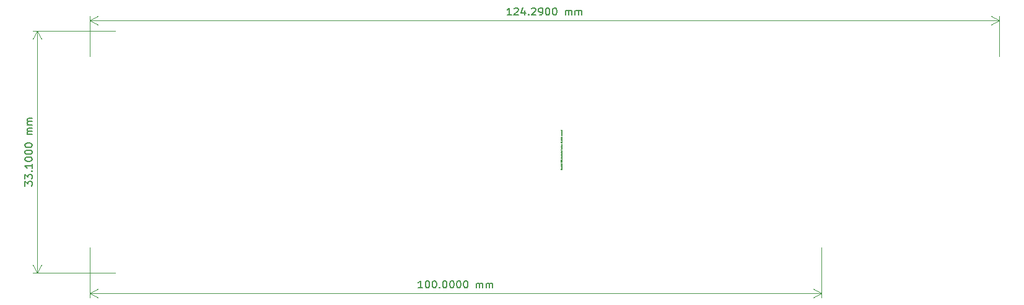
<source format=gbr>
%TF.GenerationSoftware,KiCad,Pcbnew,(6.0.1)*%
%TF.CreationDate,2022-11-25T01:31:12-06:00*%
%TF.ProjectId,NavBoard_Hardware,4e617642-6f61-4726-945f-486172647761,rev?*%
%TF.SameCoordinates,Original*%
%TF.FileFunction,Other,Comment*%
%FSLAX46Y46*%
G04 Gerber Fmt 4.6, Leading zero omitted, Abs format (unit mm)*
G04 Created by KiCad (PCBNEW (6.0.1)) date 2022-11-25 01:31:12*
%MOMM*%
%LPD*%
G01*
G04 APERTURE LIST*
%ADD10C,0.150000*%
%ADD11C,0.100000*%
%ADD12C,0.002000*%
G04 APERTURE END LIST*
D10*
X114921190Y-51842380D02*
X114349761Y-51842380D01*
X114635476Y-51842380D02*
X114635476Y-50842380D01*
X114540238Y-50985238D01*
X114445000Y-51080476D01*
X114349761Y-51128095D01*
X115302142Y-50937619D02*
X115349761Y-50890000D01*
X115445000Y-50842380D01*
X115683095Y-50842380D01*
X115778333Y-50890000D01*
X115825952Y-50937619D01*
X115873571Y-51032857D01*
X115873571Y-51128095D01*
X115825952Y-51270952D01*
X115254523Y-51842380D01*
X115873571Y-51842380D01*
X116730714Y-51175714D02*
X116730714Y-51842380D01*
X116492619Y-50794761D02*
X116254523Y-51509047D01*
X116873571Y-51509047D01*
X117254523Y-51747142D02*
X117302142Y-51794761D01*
X117254523Y-51842380D01*
X117206904Y-51794761D01*
X117254523Y-51747142D01*
X117254523Y-51842380D01*
X117683095Y-50937619D02*
X117730714Y-50890000D01*
X117825952Y-50842380D01*
X118064047Y-50842380D01*
X118159285Y-50890000D01*
X118206904Y-50937619D01*
X118254523Y-51032857D01*
X118254523Y-51128095D01*
X118206904Y-51270952D01*
X117635476Y-51842380D01*
X118254523Y-51842380D01*
X118730714Y-51842380D02*
X118921190Y-51842380D01*
X119016428Y-51794761D01*
X119064047Y-51747142D01*
X119159285Y-51604285D01*
X119206904Y-51413809D01*
X119206904Y-51032857D01*
X119159285Y-50937619D01*
X119111666Y-50890000D01*
X119016428Y-50842380D01*
X118825952Y-50842380D01*
X118730714Y-50890000D01*
X118683095Y-50937619D01*
X118635476Y-51032857D01*
X118635476Y-51270952D01*
X118683095Y-51366190D01*
X118730714Y-51413809D01*
X118825952Y-51461428D01*
X119016428Y-51461428D01*
X119111666Y-51413809D01*
X119159285Y-51366190D01*
X119206904Y-51270952D01*
X119825952Y-50842380D02*
X119921190Y-50842380D01*
X120016428Y-50890000D01*
X120064047Y-50937619D01*
X120111666Y-51032857D01*
X120159285Y-51223333D01*
X120159285Y-51461428D01*
X120111666Y-51651904D01*
X120064047Y-51747142D01*
X120016428Y-51794761D01*
X119921190Y-51842380D01*
X119825952Y-51842380D01*
X119730714Y-51794761D01*
X119683095Y-51747142D01*
X119635476Y-51651904D01*
X119587857Y-51461428D01*
X119587857Y-51223333D01*
X119635476Y-51032857D01*
X119683095Y-50937619D01*
X119730714Y-50890000D01*
X119825952Y-50842380D01*
X120778333Y-50842380D02*
X120873571Y-50842380D01*
X120968809Y-50890000D01*
X121016428Y-50937619D01*
X121064047Y-51032857D01*
X121111666Y-51223333D01*
X121111666Y-51461428D01*
X121064047Y-51651904D01*
X121016428Y-51747142D01*
X120968809Y-51794761D01*
X120873571Y-51842380D01*
X120778333Y-51842380D01*
X120683095Y-51794761D01*
X120635476Y-51747142D01*
X120587857Y-51651904D01*
X120540238Y-51461428D01*
X120540238Y-51223333D01*
X120587857Y-51032857D01*
X120635476Y-50937619D01*
X120683095Y-50890000D01*
X120778333Y-50842380D01*
X122302142Y-51842380D02*
X122302142Y-51175714D01*
X122302142Y-51270952D02*
X122349761Y-51223333D01*
X122445000Y-51175714D01*
X122587857Y-51175714D01*
X122683095Y-51223333D01*
X122730714Y-51318571D01*
X122730714Y-51842380D01*
X122730714Y-51318571D02*
X122778333Y-51223333D01*
X122873571Y-51175714D01*
X123016428Y-51175714D01*
X123111666Y-51223333D01*
X123159285Y-51318571D01*
X123159285Y-51842380D01*
X123635476Y-51842380D02*
X123635476Y-51175714D01*
X123635476Y-51270952D02*
X123683095Y-51223333D01*
X123778333Y-51175714D01*
X123921190Y-51175714D01*
X124016428Y-51223333D01*
X124064047Y-51318571D01*
X124064047Y-51842380D01*
X124064047Y-51318571D02*
X124111666Y-51223333D01*
X124206904Y-51175714D01*
X124349761Y-51175714D01*
X124445000Y-51223333D01*
X124492619Y-51318571D01*
X124492619Y-51842380D01*
D11*
X57300000Y-57500000D02*
X57300000Y-51953580D01*
X181590000Y-57500000D02*
X181590000Y-51953580D01*
X57300000Y-52540000D02*
X181590000Y-52540000D01*
X57300000Y-52540000D02*
X181590000Y-52540000D01*
X57300000Y-52540000D02*
X58426504Y-53126421D01*
X57300000Y-52540000D02*
X58426504Y-51953579D01*
X181590000Y-52540000D02*
X180463496Y-51953579D01*
X181590000Y-52540000D02*
X180463496Y-53126421D01*
D10*
X102776190Y-89181665D02*
X102204761Y-89181665D01*
X102490476Y-89181665D02*
X102490476Y-88181665D01*
X102395238Y-88324523D01*
X102300000Y-88419761D01*
X102204761Y-88467380D01*
X103395238Y-88181665D02*
X103490476Y-88181665D01*
X103585714Y-88229285D01*
X103633333Y-88276904D01*
X103680952Y-88372142D01*
X103728571Y-88562618D01*
X103728571Y-88800713D01*
X103680952Y-88991189D01*
X103633333Y-89086427D01*
X103585714Y-89134046D01*
X103490476Y-89181665D01*
X103395238Y-89181665D01*
X103300000Y-89134046D01*
X103252380Y-89086427D01*
X103204761Y-88991189D01*
X103157142Y-88800713D01*
X103157142Y-88562618D01*
X103204761Y-88372142D01*
X103252380Y-88276904D01*
X103300000Y-88229285D01*
X103395238Y-88181665D01*
X104347619Y-88181665D02*
X104442857Y-88181665D01*
X104538095Y-88229285D01*
X104585714Y-88276904D01*
X104633333Y-88372142D01*
X104680952Y-88562618D01*
X104680952Y-88800713D01*
X104633333Y-88991189D01*
X104585714Y-89086427D01*
X104538095Y-89134046D01*
X104442857Y-89181665D01*
X104347619Y-89181665D01*
X104252380Y-89134046D01*
X104204761Y-89086427D01*
X104157142Y-88991189D01*
X104109523Y-88800713D01*
X104109523Y-88562618D01*
X104157142Y-88372142D01*
X104204761Y-88276904D01*
X104252380Y-88229285D01*
X104347619Y-88181665D01*
X105109523Y-89086427D02*
X105157142Y-89134046D01*
X105109523Y-89181665D01*
X105061904Y-89134046D01*
X105109523Y-89086427D01*
X105109523Y-89181665D01*
X105776190Y-88181665D02*
X105871428Y-88181665D01*
X105966666Y-88229285D01*
X106014285Y-88276904D01*
X106061904Y-88372142D01*
X106109523Y-88562618D01*
X106109523Y-88800713D01*
X106061904Y-88991189D01*
X106014285Y-89086427D01*
X105966666Y-89134046D01*
X105871428Y-89181665D01*
X105776190Y-89181665D01*
X105680952Y-89134046D01*
X105633333Y-89086427D01*
X105585714Y-88991189D01*
X105538095Y-88800713D01*
X105538095Y-88562618D01*
X105585714Y-88372142D01*
X105633333Y-88276904D01*
X105680952Y-88229285D01*
X105776190Y-88181665D01*
X106728571Y-88181665D02*
X106823809Y-88181665D01*
X106919047Y-88229285D01*
X106966666Y-88276904D01*
X107014285Y-88372142D01*
X107061904Y-88562618D01*
X107061904Y-88800713D01*
X107014285Y-88991189D01*
X106966666Y-89086427D01*
X106919047Y-89134046D01*
X106823809Y-89181665D01*
X106728571Y-89181665D01*
X106633333Y-89134046D01*
X106585714Y-89086427D01*
X106538095Y-88991189D01*
X106490476Y-88800713D01*
X106490476Y-88562618D01*
X106538095Y-88372142D01*
X106585714Y-88276904D01*
X106633333Y-88229285D01*
X106728571Y-88181665D01*
X107680952Y-88181665D02*
X107776190Y-88181665D01*
X107871428Y-88229285D01*
X107919047Y-88276904D01*
X107966666Y-88372142D01*
X108014285Y-88562618D01*
X108014285Y-88800713D01*
X107966666Y-88991189D01*
X107919047Y-89086427D01*
X107871428Y-89134046D01*
X107776190Y-89181665D01*
X107680952Y-89181665D01*
X107585714Y-89134046D01*
X107538095Y-89086427D01*
X107490476Y-88991189D01*
X107442857Y-88800713D01*
X107442857Y-88562618D01*
X107490476Y-88372142D01*
X107538095Y-88276904D01*
X107585714Y-88229285D01*
X107680952Y-88181665D01*
X108633333Y-88181665D02*
X108728571Y-88181665D01*
X108823809Y-88229285D01*
X108871428Y-88276904D01*
X108919047Y-88372142D01*
X108966666Y-88562618D01*
X108966666Y-88800713D01*
X108919047Y-88991189D01*
X108871428Y-89086427D01*
X108823809Y-89134046D01*
X108728571Y-89181665D01*
X108633333Y-89181665D01*
X108538095Y-89134046D01*
X108490476Y-89086427D01*
X108442857Y-88991189D01*
X108395238Y-88800713D01*
X108395238Y-88562618D01*
X108442857Y-88372142D01*
X108490476Y-88276904D01*
X108538095Y-88229285D01*
X108633333Y-88181665D01*
X110157142Y-89181665D02*
X110157142Y-88514999D01*
X110157142Y-88610237D02*
X110204761Y-88562618D01*
X110300000Y-88514999D01*
X110442857Y-88514999D01*
X110538095Y-88562618D01*
X110585714Y-88657856D01*
X110585714Y-89181665D01*
X110585714Y-88657856D02*
X110633333Y-88562618D01*
X110728571Y-88514999D01*
X110871428Y-88514999D01*
X110966666Y-88562618D01*
X111014285Y-88657856D01*
X111014285Y-89181665D01*
X111490476Y-89181665D02*
X111490476Y-88514999D01*
X111490476Y-88610237D02*
X111538095Y-88562618D01*
X111633333Y-88514999D01*
X111776190Y-88514999D01*
X111871428Y-88562618D01*
X111919047Y-88657856D01*
X111919047Y-89181665D01*
X111919047Y-88657856D02*
X111966666Y-88562618D01*
X112061904Y-88514999D01*
X112204761Y-88514999D01*
X112300000Y-88562618D01*
X112347619Y-88657856D01*
X112347619Y-89181665D01*
D11*
X57300000Y-83600000D02*
X57300000Y-90465705D01*
X157300000Y-83600000D02*
X157300000Y-90465705D01*
X57300000Y-89879285D02*
X157300000Y-89879285D01*
X57300000Y-89879285D02*
X157300000Y-89879285D01*
X57300000Y-89879285D02*
X58426504Y-90465706D01*
X57300000Y-89879285D02*
X58426504Y-89292864D01*
X157300000Y-89879285D02*
X156173496Y-89292864D01*
X157300000Y-89879285D02*
X156173496Y-90465706D01*
D10*
X48431310Y-75216666D02*
X48431310Y-74597619D01*
X48812263Y-74930952D01*
X48812263Y-74788095D01*
X48859882Y-74692857D01*
X48907501Y-74645238D01*
X49002739Y-74597619D01*
X49240834Y-74597619D01*
X49336072Y-74645238D01*
X49383691Y-74692857D01*
X49431310Y-74788095D01*
X49431310Y-75073809D01*
X49383691Y-75169047D01*
X49336072Y-75216666D01*
X48431310Y-74264285D02*
X48431310Y-73645238D01*
X48812263Y-73978571D01*
X48812263Y-73835714D01*
X48859882Y-73740476D01*
X48907501Y-73692857D01*
X49002739Y-73645238D01*
X49240834Y-73645238D01*
X49336072Y-73692857D01*
X49383691Y-73740476D01*
X49431310Y-73835714D01*
X49431310Y-74121428D01*
X49383691Y-74216666D01*
X49336072Y-74264285D01*
X49336072Y-73216666D02*
X49383691Y-73169047D01*
X49431310Y-73216666D01*
X49383691Y-73264285D01*
X49336072Y-73216666D01*
X49431310Y-73216666D01*
X49431310Y-72216666D02*
X49431310Y-72788095D01*
X49431310Y-72502380D02*
X48431310Y-72502380D01*
X48574168Y-72597619D01*
X48669406Y-72692857D01*
X48717025Y-72788095D01*
X48431310Y-71597619D02*
X48431310Y-71502380D01*
X48478930Y-71407142D01*
X48526549Y-71359523D01*
X48621787Y-71311904D01*
X48812263Y-71264285D01*
X49050358Y-71264285D01*
X49240834Y-71311904D01*
X49336072Y-71359523D01*
X49383691Y-71407142D01*
X49431310Y-71502380D01*
X49431310Y-71597619D01*
X49383691Y-71692857D01*
X49336072Y-71740476D01*
X49240834Y-71788095D01*
X49050358Y-71835714D01*
X48812263Y-71835714D01*
X48621787Y-71788095D01*
X48526549Y-71740476D01*
X48478930Y-71692857D01*
X48431310Y-71597619D01*
X48431310Y-70645238D02*
X48431310Y-70550000D01*
X48478930Y-70454761D01*
X48526549Y-70407142D01*
X48621787Y-70359523D01*
X48812263Y-70311904D01*
X49050358Y-70311904D01*
X49240834Y-70359523D01*
X49336072Y-70407142D01*
X49383691Y-70454761D01*
X49431310Y-70550000D01*
X49431310Y-70645238D01*
X49383691Y-70740476D01*
X49336072Y-70788095D01*
X49240834Y-70835714D01*
X49050358Y-70883333D01*
X48812263Y-70883333D01*
X48621787Y-70835714D01*
X48526549Y-70788095D01*
X48478930Y-70740476D01*
X48431310Y-70645238D01*
X48431310Y-69692857D02*
X48431310Y-69597619D01*
X48478930Y-69502380D01*
X48526549Y-69454761D01*
X48621787Y-69407142D01*
X48812263Y-69359523D01*
X49050358Y-69359523D01*
X49240834Y-69407142D01*
X49336072Y-69454761D01*
X49383691Y-69502380D01*
X49431310Y-69597619D01*
X49431310Y-69692857D01*
X49383691Y-69788095D01*
X49336072Y-69835714D01*
X49240834Y-69883333D01*
X49050358Y-69930952D01*
X48812263Y-69930952D01*
X48621787Y-69883333D01*
X48526549Y-69835714D01*
X48478930Y-69788095D01*
X48431310Y-69692857D01*
X49431310Y-68169047D02*
X48764644Y-68169047D01*
X48859882Y-68169047D02*
X48812263Y-68121428D01*
X48764644Y-68026190D01*
X48764644Y-67883333D01*
X48812263Y-67788095D01*
X48907501Y-67740476D01*
X49431310Y-67740476D01*
X48907501Y-67740476D02*
X48812263Y-67692857D01*
X48764644Y-67597619D01*
X48764644Y-67454761D01*
X48812263Y-67359523D01*
X48907501Y-67311904D01*
X49431310Y-67311904D01*
X49431310Y-66835714D02*
X48764644Y-66835714D01*
X48859882Y-66835714D02*
X48812263Y-66788095D01*
X48764644Y-66692857D01*
X48764644Y-66550000D01*
X48812263Y-66454761D01*
X48907501Y-66407142D01*
X49431310Y-66407142D01*
X48907501Y-66407142D02*
X48812263Y-66359523D01*
X48764644Y-66264285D01*
X48764644Y-66121428D01*
X48812263Y-66026190D01*
X48907501Y-65978571D01*
X49431310Y-65978571D01*
D11*
X60800000Y-54000000D02*
X49542510Y-54000000D01*
X60800000Y-87100000D02*
X49542510Y-87100000D01*
X50128930Y-54000000D02*
X50128930Y-87100000D01*
X50128930Y-54000000D02*
X50128930Y-87100000D01*
X50128930Y-54000000D02*
X49542509Y-55126504D01*
X50128930Y-54000000D02*
X50715351Y-55126504D01*
X50128930Y-87100000D02*
X50715351Y-85973496D01*
X50128930Y-87100000D02*
X49542509Y-85973496D01*
D12*
%TO.C,U3*%
X121781866Y-72894762D02*
X121787913Y-72900809D01*
X121793961Y-72918952D01*
X121793961Y-72931048D01*
X121787913Y-72949190D01*
X121775818Y-72961286D01*
X121763723Y-72967333D01*
X121739532Y-72973381D01*
X121721389Y-72973381D01*
X121697199Y-72967333D01*
X121685104Y-72961286D01*
X121673009Y-72949190D01*
X121666961Y-72931048D01*
X121666961Y-72918952D01*
X121673009Y-72900809D01*
X121679056Y-72894762D01*
X121793961Y-72822190D02*
X121787913Y-72834286D01*
X121781866Y-72840333D01*
X121769770Y-72846381D01*
X121733485Y-72846381D01*
X121721389Y-72840333D01*
X121715342Y-72834286D01*
X121709294Y-72822190D01*
X121709294Y-72804048D01*
X121715342Y-72791952D01*
X121721389Y-72785905D01*
X121733485Y-72779857D01*
X121769770Y-72779857D01*
X121781866Y-72785905D01*
X121787913Y-72791952D01*
X121793961Y-72804048D01*
X121793961Y-72822190D01*
X121709294Y-72725429D02*
X121836294Y-72725429D01*
X121715342Y-72725429D02*
X121709294Y-72713333D01*
X121709294Y-72689143D01*
X121715342Y-72677048D01*
X121721389Y-72671000D01*
X121733485Y-72664952D01*
X121769770Y-72664952D01*
X121781866Y-72671000D01*
X121787913Y-72677048D01*
X121793961Y-72689143D01*
X121793961Y-72713333D01*
X121787913Y-72725429D01*
X121709294Y-72622619D02*
X121793961Y-72592381D01*
X121709294Y-72562143D02*
X121793961Y-72592381D01*
X121824199Y-72604476D01*
X121830247Y-72610524D01*
X121836294Y-72622619D01*
X121793961Y-72513762D02*
X121709294Y-72513762D01*
X121733485Y-72513762D02*
X121721389Y-72507714D01*
X121715342Y-72501667D01*
X121709294Y-72489571D01*
X121709294Y-72477476D01*
X121793961Y-72435143D02*
X121709294Y-72435143D01*
X121666961Y-72435143D02*
X121673009Y-72441190D01*
X121679056Y-72435143D01*
X121673009Y-72429095D01*
X121666961Y-72435143D01*
X121679056Y-72435143D01*
X121709294Y-72320238D02*
X121812104Y-72320238D01*
X121824199Y-72326286D01*
X121830247Y-72332333D01*
X121836294Y-72344429D01*
X121836294Y-72362571D01*
X121830247Y-72374667D01*
X121787913Y-72320238D02*
X121793961Y-72332333D01*
X121793961Y-72356524D01*
X121787913Y-72368619D01*
X121781866Y-72374667D01*
X121769770Y-72380714D01*
X121733485Y-72380714D01*
X121721389Y-72374667D01*
X121715342Y-72368619D01*
X121709294Y-72356524D01*
X121709294Y-72332333D01*
X121715342Y-72320238D01*
X121793961Y-72259762D02*
X121666961Y-72259762D01*
X121793961Y-72205333D02*
X121727437Y-72205333D01*
X121715342Y-72211381D01*
X121709294Y-72223476D01*
X121709294Y-72241619D01*
X121715342Y-72253714D01*
X121721389Y-72259762D01*
X121709294Y-72163000D02*
X121709294Y-72114619D01*
X121666961Y-72144857D02*
X121775818Y-72144857D01*
X121787913Y-72138809D01*
X121793961Y-72126714D01*
X121793961Y-72114619D01*
X121679056Y-71981571D02*
X121673009Y-71975524D01*
X121666961Y-71963429D01*
X121666961Y-71933190D01*
X121673009Y-71921095D01*
X121679056Y-71915048D01*
X121691151Y-71909000D01*
X121703247Y-71909000D01*
X121721389Y-71915048D01*
X121793961Y-71987619D01*
X121793961Y-71909000D01*
X121666961Y-71830381D02*
X121666961Y-71818286D01*
X121673009Y-71806190D01*
X121679056Y-71800143D01*
X121691151Y-71794095D01*
X121715342Y-71788048D01*
X121745580Y-71788048D01*
X121769770Y-71794095D01*
X121781866Y-71800143D01*
X121787913Y-71806190D01*
X121793961Y-71818286D01*
X121793961Y-71830381D01*
X121787913Y-71842476D01*
X121781866Y-71848524D01*
X121769770Y-71854571D01*
X121745580Y-71860619D01*
X121715342Y-71860619D01*
X121691151Y-71854571D01*
X121679056Y-71848524D01*
X121673009Y-71842476D01*
X121666961Y-71830381D01*
X121679056Y-71739667D02*
X121673009Y-71733619D01*
X121666961Y-71721524D01*
X121666961Y-71691286D01*
X121673009Y-71679190D01*
X121679056Y-71673143D01*
X121691151Y-71667095D01*
X121703247Y-71667095D01*
X121721389Y-71673143D01*
X121793961Y-71745714D01*
X121793961Y-71667095D01*
X121793961Y-71546143D02*
X121793961Y-71618714D01*
X121793961Y-71582429D02*
X121666961Y-71582429D01*
X121685104Y-71594524D01*
X121697199Y-71606619D01*
X121703247Y-71618714D01*
X121757675Y-71401000D02*
X121757675Y-71340524D01*
X121793961Y-71413095D02*
X121666961Y-71370762D01*
X121793961Y-71328429D01*
X121787913Y-71231667D02*
X121793961Y-71243762D01*
X121793961Y-71267952D01*
X121787913Y-71280048D01*
X121781866Y-71286095D01*
X121769770Y-71292143D01*
X121733485Y-71292143D01*
X121721389Y-71286095D01*
X121715342Y-71280048D01*
X121709294Y-71267952D01*
X121709294Y-71243762D01*
X121715342Y-71231667D01*
X121787913Y-71122809D02*
X121793961Y-71134905D01*
X121793961Y-71159095D01*
X121787913Y-71171190D01*
X121781866Y-71177238D01*
X121769770Y-71183286D01*
X121733485Y-71183286D01*
X121721389Y-71177238D01*
X121715342Y-71171190D01*
X121709294Y-71159095D01*
X121709294Y-71134905D01*
X121715342Y-71122809D01*
X121787913Y-71020000D02*
X121793961Y-71032095D01*
X121793961Y-71056286D01*
X121787913Y-71068381D01*
X121775818Y-71074429D01*
X121727437Y-71074429D01*
X121715342Y-71068381D01*
X121709294Y-71056286D01*
X121709294Y-71032095D01*
X121715342Y-71020000D01*
X121727437Y-71013952D01*
X121739532Y-71013952D01*
X121751628Y-71074429D01*
X121793961Y-70941381D02*
X121787913Y-70953476D01*
X121775818Y-70959524D01*
X121666961Y-70959524D01*
X121787913Y-70844619D02*
X121793961Y-70856714D01*
X121793961Y-70880905D01*
X121787913Y-70893000D01*
X121775818Y-70899048D01*
X121727437Y-70899048D01*
X121715342Y-70893000D01*
X121709294Y-70880905D01*
X121709294Y-70856714D01*
X121715342Y-70844619D01*
X121727437Y-70838571D01*
X121739532Y-70838571D01*
X121751628Y-70899048D01*
X121793961Y-70784143D02*
X121709294Y-70784143D01*
X121733485Y-70784143D02*
X121721389Y-70778095D01*
X121715342Y-70772048D01*
X121709294Y-70759952D01*
X121709294Y-70747857D01*
X121793961Y-70651095D02*
X121727437Y-70651095D01*
X121715342Y-70657143D01*
X121709294Y-70669238D01*
X121709294Y-70693429D01*
X121715342Y-70705524D01*
X121787913Y-70651095D02*
X121793961Y-70663190D01*
X121793961Y-70693429D01*
X121787913Y-70705524D01*
X121775818Y-70711571D01*
X121763723Y-70711571D01*
X121751628Y-70705524D01*
X121745580Y-70693429D01*
X121745580Y-70663190D01*
X121739532Y-70651095D01*
X121709294Y-70608762D02*
X121709294Y-70560381D01*
X121666961Y-70590619D02*
X121775818Y-70590619D01*
X121787913Y-70584571D01*
X121793961Y-70572476D01*
X121793961Y-70560381D01*
X121787913Y-70469667D02*
X121793961Y-70481762D01*
X121793961Y-70505952D01*
X121787913Y-70518048D01*
X121775818Y-70524095D01*
X121727437Y-70524095D01*
X121715342Y-70518048D01*
X121709294Y-70505952D01*
X121709294Y-70481762D01*
X121715342Y-70469667D01*
X121727437Y-70463619D01*
X121739532Y-70463619D01*
X121751628Y-70524095D01*
X121793961Y-70354762D02*
X121666961Y-70354762D01*
X121787913Y-70354762D02*
X121793961Y-70366857D01*
X121793961Y-70391048D01*
X121787913Y-70403143D01*
X121781866Y-70409190D01*
X121769770Y-70415238D01*
X121733485Y-70415238D01*
X121721389Y-70409190D01*
X121715342Y-70403143D01*
X121709294Y-70391048D01*
X121709294Y-70366857D01*
X121715342Y-70354762D01*
X121793961Y-70197524D02*
X121666961Y-70197524D01*
X121666961Y-70167286D01*
X121673009Y-70149143D01*
X121685104Y-70137048D01*
X121697199Y-70131000D01*
X121721389Y-70124952D01*
X121739532Y-70124952D01*
X121763723Y-70131000D01*
X121775818Y-70137048D01*
X121787913Y-70149143D01*
X121793961Y-70167286D01*
X121793961Y-70197524D01*
X121787913Y-70022143D02*
X121793961Y-70034238D01*
X121793961Y-70058429D01*
X121787913Y-70070524D01*
X121775818Y-70076571D01*
X121727437Y-70076571D01*
X121715342Y-70070524D01*
X121709294Y-70058429D01*
X121709294Y-70034238D01*
X121715342Y-70022143D01*
X121727437Y-70016095D01*
X121739532Y-70016095D01*
X121751628Y-70076571D01*
X121787913Y-69967714D02*
X121793961Y-69955619D01*
X121793961Y-69931429D01*
X121787913Y-69919333D01*
X121775818Y-69913286D01*
X121769770Y-69913286D01*
X121757675Y-69919333D01*
X121751628Y-69931429D01*
X121751628Y-69949571D01*
X121745580Y-69961667D01*
X121733485Y-69967714D01*
X121727437Y-69967714D01*
X121715342Y-69961667D01*
X121709294Y-69949571D01*
X121709294Y-69931429D01*
X121715342Y-69919333D01*
X121793961Y-69858857D02*
X121709294Y-69858857D01*
X121666961Y-69858857D02*
X121673009Y-69864905D01*
X121679056Y-69858857D01*
X121673009Y-69852809D01*
X121666961Y-69858857D01*
X121679056Y-69858857D01*
X121709294Y-69743952D02*
X121812104Y-69743952D01*
X121824199Y-69750000D01*
X121830247Y-69756048D01*
X121836294Y-69768143D01*
X121836294Y-69786286D01*
X121830247Y-69798381D01*
X121787913Y-69743952D02*
X121793961Y-69756048D01*
X121793961Y-69780238D01*
X121787913Y-69792333D01*
X121781866Y-69798381D01*
X121769770Y-69804429D01*
X121733485Y-69804429D01*
X121721389Y-69798381D01*
X121715342Y-69792333D01*
X121709294Y-69780238D01*
X121709294Y-69756048D01*
X121715342Y-69743952D01*
X121709294Y-69683476D02*
X121793961Y-69683476D01*
X121721389Y-69683476D02*
X121715342Y-69677429D01*
X121709294Y-69665333D01*
X121709294Y-69647190D01*
X121715342Y-69635095D01*
X121727437Y-69629048D01*
X121793961Y-69629048D01*
X121787913Y-69574619D02*
X121793961Y-69562524D01*
X121793961Y-69538333D01*
X121787913Y-69526238D01*
X121775818Y-69520190D01*
X121769770Y-69520190D01*
X121757675Y-69526238D01*
X121751628Y-69538333D01*
X121751628Y-69556476D01*
X121745580Y-69568571D01*
X121733485Y-69574619D01*
X121727437Y-69574619D01*
X121715342Y-69568571D01*
X121709294Y-69556476D01*
X121709294Y-69538333D01*
X121715342Y-69526238D01*
X121781866Y-69465762D02*
X121787913Y-69459714D01*
X121793961Y-69465762D01*
X121787913Y-69471809D01*
X121781866Y-69465762D01*
X121793961Y-69465762D01*
X121757675Y-69314571D02*
X121757675Y-69254095D01*
X121793961Y-69326667D02*
X121666961Y-69284333D01*
X121793961Y-69242000D01*
X121793961Y-69181524D02*
X121787913Y-69193619D01*
X121775818Y-69199667D01*
X121666961Y-69199667D01*
X121793961Y-69115000D02*
X121787913Y-69127095D01*
X121775818Y-69133143D01*
X121666961Y-69133143D01*
X121793961Y-68969857D02*
X121709294Y-68969857D01*
X121733485Y-68969857D02*
X121721389Y-68963809D01*
X121715342Y-68957762D01*
X121709294Y-68945667D01*
X121709294Y-68933571D01*
X121793961Y-68891238D02*
X121709294Y-68891238D01*
X121666961Y-68891238D02*
X121673009Y-68897286D01*
X121679056Y-68891238D01*
X121673009Y-68885190D01*
X121666961Y-68891238D01*
X121679056Y-68891238D01*
X121709294Y-68776333D02*
X121812104Y-68776333D01*
X121824199Y-68782381D01*
X121830247Y-68788429D01*
X121836294Y-68800524D01*
X121836294Y-68818667D01*
X121830247Y-68830762D01*
X121787913Y-68776333D02*
X121793961Y-68788429D01*
X121793961Y-68812619D01*
X121787913Y-68824714D01*
X121781866Y-68830762D01*
X121769770Y-68836809D01*
X121733485Y-68836809D01*
X121721389Y-68830762D01*
X121715342Y-68824714D01*
X121709294Y-68812619D01*
X121709294Y-68788429D01*
X121715342Y-68776333D01*
X121793961Y-68715857D02*
X121666961Y-68715857D01*
X121793961Y-68661429D02*
X121727437Y-68661429D01*
X121715342Y-68667476D01*
X121709294Y-68679571D01*
X121709294Y-68697714D01*
X121715342Y-68709809D01*
X121721389Y-68715857D01*
X121709294Y-68619095D02*
X121709294Y-68570714D01*
X121666961Y-68600952D02*
X121775818Y-68600952D01*
X121787913Y-68594905D01*
X121793961Y-68582809D01*
X121793961Y-68570714D01*
X121787913Y-68534429D02*
X121793961Y-68522333D01*
X121793961Y-68498143D01*
X121787913Y-68486048D01*
X121775818Y-68480000D01*
X121769770Y-68480000D01*
X121757675Y-68486048D01*
X121751628Y-68498143D01*
X121751628Y-68516286D01*
X121745580Y-68528381D01*
X121733485Y-68534429D01*
X121727437Y-68534429D01*
X121715342Y-68528381D01*
X121709294Y-68516286D01*
X121709294Y-68498143D01*
X121715342Y-68486048D01*
X121793961Y-68328809D02*
X121709294Y-68328809D01*
X121733485Y-68328809D02*
X121721389Y-68322762D01*
X121715342Y-68316714D01*
X121709294Y-68304619D01*
X121709294Y-68292524D01*
X121787913Y-68201809D02*
X121793961Y-68213905D01*
X121793961Y-68238095D01*
X121787913Y-68250190D01*
X121775818Y-68256238D01*
X121727437Y-68256238D01*
X121715342Y-68250190D01*
X121709294Y-68238095D01*
X121709294Y-68213905D01*
X121715342Y-68201809D01*
X121727437Y-68195762D01*
X121739532Y-68195762D01*
X121751628Y-68256238D01*
X121787913Y-68147381D02*
X121793961Y-68135286D01*
X121793961Y-68111095D01*
X121787913Y-68099000D01*
X121775818Y-68092952D01*
X121769770Y-68092952D01*
X121757675Y-68099000D01*
X121751628Y-68111095D01*
X121751628Y-68129238D01*
X121745580Y-68141333D01*
X121733485Y-68147381D01*
X121727437Y-68147381D01*
X121715342Y-68141333D01*
X121709294Y-68129238D01*
X121709294Y-68111095D01*
X121715342Y-68099000D01*
X121787913Y-67990143D02*
X121793961Y-68002238D01*
X121793961Y-68026429D01*
X121787913Y-68038524D01*
X121775818Y-68044571D01*
X121727437Y-68044571D01*
X121715342Y-68038524D01*
X121709294Y-68026429D01*
X121709294Y-68002238D01*
X121715342Y-67990143D01*
X121727437Y-67984095D01*
X121739532Y-67984095D01*
X121751628Y-68044571D01*
X121793961Y-67929667D02*
X121709294Y-67929667D01*
X121733485Y-67929667D02*
X121721389Y-67923619D01*
X121715342Y-67917571D01*
X121709294Y-67905476D01*
X121709294Y-67893381D01*
X121709294Y-67863143D02*
X121793961Y-67832905D01*
X121709294Y-67802667D01*
X121787913Y-67705905D02*
X121793961Y-67718000D01*
X121793961Y-67742190D01*
X121787913Y-67754286D01*
X121775818Y-67760333D01*
X121727437Y-67760333D01*
X121715342Y-67754286D01*
X121709294Y-67742190D01*
X121709294Y-67718000D01*
X121715342Y-67705905D01*
X121727437Y-67699857D01*
X121739532Y-67699857D01*
X121751628Y-67760333D01*
X121793961Y-67591000D02*
X121666961Y-67591000D01*
X121787913Y-67591000D02*
X121793961Y-67603095D01*
X121793961Y-67627286D01*
X121787913Y-67639381D01*
X121781866Y-67645429D01*
X121769770Y-67651476D01*
X121733485Y-67651476D01*
X121721389Y-67645429D01*
X121715342Y-67639381D01*
X121709294Y-67627286D01*
X121709294Y-67603095D01*
X121715342Y-67591000D01*
X121781866Y-67530524D02*
X121787913Y-67524476D01*
X121793961Y-67530524D01*
X121787913Y-67536571D01*
X121781866Y-67530524D01*
X121793961Y-67530524D01*
%TD*%
M02*

</source>
